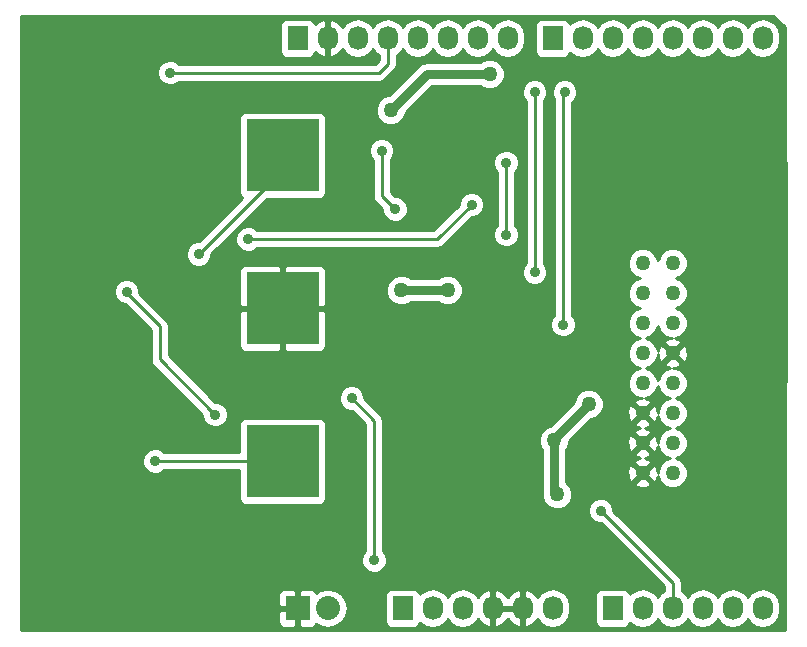
<source format=gbl>
%FSLAX46Y46*%
G04 Gerber Fmt 4.6, Leading zero omitted, Abs format (unit mm)*
G04 Created by KiCad (PCBNEW (2014-08-05 BZR 5054)-product) date Thu 28 Aug 2014 10:01:32 PM PDT*
%MOMM*%
G01*
G04 APERTURE LIST*
%ADD10C,0.152400*%
%ADD11R,1.727200X2.032000*%
%ADD12O,1.727200X2.032000*%
%ADD13R,2.032000X2.032000*%
%ADD14O,2.032000X2.032000*%
%ADD15R,6.096000X6.096000*%
%ADD16C,1.270000*%
%ADD17C,0.889000*%
%ADD18C,0.762000*%
%ADD19C,0.254000*%
G04 APERTURE END LIST*
D10*
D11*
X163830000Y-137160000D03*
D12*
X166370000Y-137160000D03*
X168910000Y-137160000D03*
X171450000Y-137160000D03*
X173990000Y-137160000D03*
X176530000Y-137160000D03*
D11*
X181610000Y-137160000D03*
D12*
X184150000Y-137160000D03*
X186690000Y-137160000D03*
X189230000Y-137160000D03*
X191770000Y-137160000D03*
X194310000Y-137160000D03*
D11*
X154940000Y-88900000D03*
D12*
X157480000Y-88900000D03*
X160020000Y-88900000D03*
X162560000Y-88900000D03*
X165100000Y-88900000D03*
X167640000Y-88900000D03*
X170180000Y-88900000D03*
X172720000Y-88900000D03*
D11*
X176530000Y-88900000D03*
D12*
X179070000Y-88900000D03*
X181610000Y-88900000D03*
X184150000Y-88900000D03*
X186690000Y-88900000D03*
X189230000Y-88900000D03*
X191770000Y-88900000D03*
X194310000Y-88900000D03*
D13*
X154940000Y-137160000D03*
D14*
X157480000Y-137160000D03*
D15*
X153670000Y-111760000D03*
X153670000Y-98806000D03*
X153670000Y-124714000D03*
D16*
X184150000Y-125730000D03*
X186690000Y-125730000D03*
X184150000Y-123190000D03*
X186690000Y-123190000D03*
X184150000Y-120650000D03*
X186690000Y-120650000D03*
X184150000Y-118110000D03*
X186690000Y-118110000D03*
X184150000Y-115570000D03*
X186690000Y-115570000D03*
X184150000Y-113030000D03*
X186690000Y-113030000D03*
X184150000Y-110490000D03*
X186690000Y-110490000D03*
X184150000Y-107950000D03*
X186690000Y-107950000D03*
X167640000Y-110236000D03*
X163703000Y-110236000D03*
X176911000Y-127508000D03*
X176657000Y-122936000D03*
X179578000Y-119888000D03*
X162814000Y-94996000D03*
X171196000Y-91948000D03*
D17*
X162560000Y-119253000D03*
X170688000Y-119380000D03*
X170688000Y-122555000D03*
X170688000Y-126111000D03*
X165608000Y-102870000D03*
X133731000Y-88138000D03*
X138303000Y-101219000D03*
X158115000Y-100965000D03*
X154686000Y-93345000D03*
X145288000Y-100203000D03*
X176149000Y-98425000D03*
X169418000Y-94742000D03*
X149479000Y-111760000D03*
X143764000Y-122428000D03*
X172593000Y-105537000D03*
X172593000Y-99441000D03*
X150749000Y-105918000D03*
X169672000Y-102997000D03*
X161417000Y-133096000D03*
X159512000Y-119380000D03*
X142875000Y-124714000D03*
X146558000Y-107188000D03*
X147955000Y-120777000D03*
X140462000Y-110363000D03*
X180594000Y-128905000D03*
X144145000Y-91821000D03*
X175006000Y-93472000D03*
X175006000Y-108712000D03*
X177546000Y-93472000D03*
X177419000Y-113157000D03*
X163195000Y-103378000D03*
X162052000Y-98425000D03*
D18*
X167640000Y-110236000D02*
X163703000Y-110236000D01*
X176657000Y-127254000D02*
X176911000Y-127508000D01*
X176657000Y-122809000D02*
X176657000Y-122936000D01*
X179578000Y-119888000D02*
X176657000Y-122809000D01*
X176657000Y-122936000D02*
X176657000Y-127254000D01*
X162814000Y-94996000D02*
X165862000Y-91948000D01*
X165862000Y-91948000D02*
X171196000Y-91948000D01*
D19*
X172593000Y-105537000D02*
X172593000Y-99441000D01*
X166751000Y-105918000D02*
X150749000Y-105918000D01*
X169672000Y-102997000D02*
X166751000Y-105918000D01*
X161417000Y-121285000D02*
X161417000Y-133096000D01*
X159512000Y-119380000D02*
X161417000Y-121285000D01*
X142875000Y-124714000D02*
X153670000Y-124714000D01*
X153670000Y-100076000D02*
X146558000Y-107188000D01*
X153670000Y-98806000D02*
X153670000Y-100076000D01*
X147955000Y-120777000D02*
X143256000Y-116078000D01*
X143256000Y-116078000D02*
X143256000Y-113284000D01*
X143256000Y-113284000D02*
X140462000Y-110490000D01*
X140462000Y-110490000D02*
X140462000Y-110363000D01*
X186690000Y-135001000D02*
X180594000Y-128905000D01*
X186690000Y-137160000D02*
X186690000Y-135001000D01*
X162560000Y-91059000D02*
X161798000Y-91821000D01*
X161798000Y-91821000D02*
X144145000Y-91821000D01*
X162560000Y-88900000D02*
X162560000Y-91059000D01*
X175006000Y-93472000D02*
X175006000Y-108712000D01*
X177546000Y-93472000D02*
X177419000Y-93599000D01*
X177419000Y-93599000D02*
X177419000Y-113157000D01*
X163195000Y-103378000D02*
X162052000Y-102235000D01*
X162052000Y-102235000D02*
X162052000Y-98425000D01*
G36*
X196313713Y-99466666D02*
X196221306Y-136891631D01*
X196217143Y-136897862D01*
X196165000Y-137160000D01*
X196165000Y-139015000D01*
X195808600Y-139015000D01*
X195808600Y-137344745D01*
X195808600Y-136975255D01*
X195808600Y-89084745D01*
X195808600Y-88715255D01*
X195694526Y-88141766D01*
X195369670Y-87655585D01*
X194883489Y-87330729D01*
X194310000Y-87216655D01*
X193736511Y-87330729D01*
X193250330Y-87655585D01*
X193040000Y-87970365D01*
X192829670Y-87655585D01*
X192343489Y-87330729D01*
X191770000Y-87216655D01*
X191196511Y-87330729D01*
X190710330Y-87655585D01*
X190500000Y-87970365D01*
X190289670Y-87655585D01*
X189803489Y-87330729D01*
X189230000Y-87216655D01*
X188656511Y-87330729D01*
X188170330Y-87655585D01*
X187960000Y-87970365D01*
X187749670Y-87655585D01*
X187263489Y-87330729D01*
X186690000Y-87216655D01*
X186116511Y-87330729D01*
X185630330Y-87655585D01*
X185420000Y-87970365D01*
X185209670Y-87655585D01*
X184723489Y-87330729D01*
X184150000Y-87216655D01*
X183576511Y-87330729D01*
X183090330Y-87655585D01*
X182880000Y-87970365D01*
X182669670Y-87655585D01*
X182183489Y-87330729D01*
X181610000Y-87216655D01*
X181036511Y-87330729D01*
X180550330Y-87655585D01*
X180340000Y-87970365D01*
X180129670Y-87655585D01*
X179643489Y-87330729D01*
X179070000Y-87216655D01*
X178496511Y-87330729D01*
X178010330Y-87655585D01*
X177995499Y-87677780D01*
X177931927Y-87524302D01*
X177753299Y-87345673D01*
X177519910Y-87249000D01*
X177267291Y-87249000D01*
X175540091Y-87249000D01*
X175306702Y-87345673D01*
X175128073Y-87524301D01*
X175031400Y-87757690D01*
X175031400Y-88010309D01*
X175031400Y-90042309D01*
X175128073Y-90275698D01*
X175306701Y-90454327D01*
X175540090Y-90551000D01*
X175792709Y-90551000D01*
X177519909Y-90551000D01*
X177753298Y-90454327D01*
X177931927Y-90275699D01*
X177995500Y-90122220D01*
X178010330Y-90144415D01*
X178496511Y-90469271D01*
X179070000Y-90583345D01*
X179643489Y-90469271D01*
X180129670Y-90144415D01*
X180340000Y-89829634D01*
X180550330Y-90144415D01*
X181036511Y-90469271D01*
X181610000Y-90583345D01*
X182183489Y-90469271D01*
X182669670Y-90144415D01*
X182880000Y-89829634D01*
X183090330Y-90144415D01*
X183576511Y-90469271D01*
X184150000Y-90583345D01*
X184723489Y-90469271D01*
X185209670Y-90144415D01*
X185420000Y-89829634D01*
X185630330Y-90144415D01*
X186116511Y-90469271D01*
X186690000Y-90583345D01*
X187263489Y-90469271D01*
X187749670Y-90144415D01*
X187960000Y-89829634D01*
X188170330Y-90144415D01*
X188656511Y-90469271D01*
X189230000Y-90583345D01*
X189803489Y-90469271D01*
X190289670Y-90144415D01*
X190500000Y-89829634D01*
X190710330Y-90144415D01*
X191196511Y-90469271D01*
X191770000Y-90583345D01*
X192343489Y-90469271D01*
X192829670Y-90144415D01*
X193040000Y-89829634D01*
X193250330Y-90144415D01*
X193736511Y-90469271D01*
X194310000Y-90583345D01*
X194883489Y-90469271D01*
X195369670Y-90144415D01*
X195694526Y-89658234D01*
X195808600Y-89084745D01*
X195808600Y-136975255D01*
X195694526Y-136401766D01*
X195369670Y-135915585D01*
X194883489Y-135590729D01*
X194310000Y-135476655D01*
X193736511Y-135590729D01*
X193250330Y-135915585D01*
X193040000Y-136230365D01*
X192829670Y-135915585D01*
X192343489Y-135590729D01*
X191770000Y-135476655D01*
X191196511Y-135590729D01*
X190710330Y-135915585D01*
X190500000Y-136230365D01*
X190289670Y-135915585D01*
X189803489Y-135590729D01*
X189230000Y-135476655D01*
X188656511Y-135590729D01*
X188170330Y-135915585D01*
X187972681Y-136211386D01*
X187972681Y-115747336D01*
X187942906Y-115242977D01*
X187807179Y-114915303D01*
X187578133Y-114861472D01*
X186869605Y-115570000D01*
X187578133Y-116278528D01*
X187807179Y-116224697D01*
X187972681Y-115747336D01*
X187972681Y-136211386D01*
X187960220Y-136230035D01*
X187960220Y-125478490D01*
X187767282Y-125011542D01*
X187410337Y-124653974D01*
X186943727Y-124460221D01*
X186941512Y-124460219D01*
X187408458Y-124267282D01*
X187766026Y-123910337D01*
X187959779Y-123443727D01*
X187960220Y-122938490D01*
X187767282Y-122471542D01*
X187410337Y-122113974D01*
X186943727Y-121920221D01*
X186941512Y-121920219D01*
X187408458Y-121727282D01*
X187766026Y-121370337D01*
X187959779Y-120903727D01*
X187960220Y-120398490D01*
X187767282Y-119931542D01*
X187410337Y-119573974D01*
X186943727Y-119380221D01*
X186941512Y-119380219D01*
X187408458Y-119187282D01*
X187766026Y-118830337D01*
X187959779Y-118363727D01*
X187960220Y-117858490D01*
X187767282Y-117391542D01*
X187410337Y-117033974D01*
X186943727Y-116840221D01*
X186726929Y-116840031D01*
X187017023Y-116822906D01*
X187344697Y-116687179D01*
X187398528Y-116458133D01*
X186690000Y-115749605D01*
X185981472Y-116458133D01*
X186035303Y-116687179D01*
X186475546Y-116839812D01*
X186438490Y-116839780D01*
X185971542Y-117032718D01*
X185613974Y-117389663D01*
X185420221Y-117856273D01*
X185420219Y-117858487D01*
X185227282Y-117391542D01*
X184870337Y-117033974D01*
X184403727Y-116840221D01*
X184401512Y-116840219D01*
X184868458Y-116647282D01*
X185226026Y-116290337D01*
X185419779Y-115823727D01*
X185419968Y-115606929D01*
X185437094Y-115897023D01*
X185572821Y-116224697D01*
X185801867Y-116278528D01*
X186510395Y-115570000D01*
X185801867Y-114861472D01*
X185572821Y-114915303D01*
X185420187Y-115355546D01*
X185420220Y-115318490D01*
X185227282Y-114851542D01*
X184870337Y-114493974D01*
X184403727Y-114300221D01*
X184401512Y-114300219D01*
X184868458Y-114107282D01*
X185226026Y-113750337D01*
X185419779Y-113283727D01*
X185419780Y-113281512D01*
X185612718Y-113748458D01*
X185969663Y-114106026D01*
X186436273Y-114299779D01*
X186653070Y-114299968D01*
X186362977Y-114317094D01*
X186035303Y-114452821D01*
X185981472Y-114681867D01*
X186690000Y-115390395D01*
X187398528Y-114681867D01*
X187344697Y-114452821D01*
X186904453Y-114300187D01*
X186941510Y-114300220D01*
X187408458Y-114107282D01*
X187766026Y-113750337D01*
X187959779Y-113283727D01*
X187960220Y-112778490D01*
X187767282Y-112311542D01*
X187410337Y-111953974D01*
X186943727Y-111760221D01*
X186941512Y-111760219D01*
X187408458Y-111567282D01*
X187766026Y-111210337D01*
X187959779Y-110743727D01*
X187960220Y-110238490D01*
X187767282Y-109771542D01*
X187410337Y-109413974D01*
X186943727Y-109220221D01*
X186941512Y-109220219D01*
X187408458Y-109027282D01*
X187766026Y-108670337D01*
X187959779Y-108203727D01*
X187960220Y-107698490D01*
X187767282Y-107231542D01*
X187410337Y-106873974D01*
X186943727Y-106680221D01*
X186438490Y-106679780D01*
X185971542Y-106872718D01*
X185613974Y-107229663D01*
X185420221Y-107696273D01*
X185420219Y-107698487D01*
X185227282Y-107231542D01*
X184870337Y-106873974D01*
X184403727Y-106680221D01*
X183898490Y-106679780D01*
X183431542Y-106872718D01*
X183073974Y-107229663D01*
X182880221Y-107696273D01*
X182879780Y-108201510D01*
X183072718Y-108668458D01*
X183429663Y-109026026D01*
X183896273Y-109219779D01*
X183898487Y-109219780D01*
X183431542Y-109412718D01*
X183073974Y-109769663D01*
X182880221Y-110236273D01*
X182879780Y-110741510D01*
X183072718Y-111208458D01*
X183429663Y-111566026D01*
X183896273Y-111759779D01*
X183898487Y-111759780D01*
X183431542Y-111952718D01*
X183073974Y-112309663D01*
X182880221Y-112776273D01*
X182879780Y-113281510D01*
X183072718Y-113748458D01*
X183429663Y-114106026D01*
X183896273Y-114299779D01*
X183898487Y-114299780D01*
X183431542Y-114492718D01*
X183073974Y-114849663D01*
X182880221Y-115316273D01*
X182879780Y-115821510D01*
X183072718Y-116288458D01*
X183429663Y-116646026D01*
X183896273Y-116839779D01*
X183898487Y-116839780D01*
X183431542Y-117032718D01*
X183073974Y-117389663D01*
X182880221Y-117856273D01*
X182879780Y-118361510D01*
X183072718Y-118828458D01*
X183429663Y-119186026D01*
X183896273Y-119379779D01*
X184113070Y-119379968D01*
X183822977Y-119397094D01*
X183495303Y-119532821D01*
X183441472Y-119761867D01*
X184150000Y-120470395D01*
X184858528Y-119761867D01*
X184804697Y-119532821D01*
X184364453Y-119380187D01*
X184401510Y-119380220D01*
X184868458Y-119187282D01*
X185226026Y-118830337D01*
X185419779Y-118363727D01*
X185419780Y-118361512D01*
X185612718Y-118828458D01*
X185969663Y-119186026D01*
X186436273Y-119379779D01*
X186438487Y-119379780D01*
X185971542Y-119572718D01*
X185613974Y-119929663D01*
X185420221Y-120396273D01*
X185420031Y-120613070D01*
X185402906Y-120322977D01*
X185267179Y-119995303D01*
X185038133Y-119941472D01*
X184329605Y-120650000D01*
X185038133Y-121358528D01*
X185267179Y-121304697D01*
X185419812Y-120864453D01*
X185419780Y-120901510D01*
X185612718Y-121368458D01*
X185969663Y-121726026D01*
X186436273Y-121919779D01*
X186438487Y-121919780D01*
X185971542Y-122112718D01*
X185613974Y-122469663D01*
X185420221Y-122936273D01*
X185420031Y-123153070D01*
X185402906Y-122862977D01*
X185267179Y-122535303D01*
X185038133Y-122481472D01*
X184858528Y-122661077D01*
X184858528Y-122301867D01*
X184804697Y-122072821D01*
X184338239Y-121911099D01*
X184477023Y-121902906D01*
X184804697Y-121767179D01*
X184858528Y-121538133D01*
X184150000Y-120829605D01*
X183970395Y-121009210D01*
X183970395Y-120650000D01*
X183261867Y-119941472D01*
X183032821Y-119995303D01*
X182867319Y-120472664D01*
X182897094Y-120977023D01*
X183032821Y-121304697D01*
X183261867Y-121358528D01*
X183970395Y-120650000D01*
X183970395Y-121009210D01*
X183441472Y-121538133D01*
X183495303Y-121767179D01*
X183961760Y-121928900D01*
X183822977Y-121937094D01*
X183495303Y-122072821D01*
X183441472Y-122301867D01*
X184150000Y-123010395D01*
X184858528Y-122301867D01*
X184858528Y-122661077D01*
X184329605Y-123190000D01*
X185038133Y-123898528D01*
X185267179Y-123844697D01*
X185419812Y-123404453D01*
X185419780Y-123441510D01*
X185612718Y-123908458D01*
X185969663Y-124266026D01*
X186436273Y-124459779D01*
X186438487Y-124459780D01*
X185971542Y-124652718D01*
X185613974Y-125009663D01*
X185420221Y-125476273D01*
X185420031Y-125693070D01*
X185402906Y-125402977D01*
X185267179Y-125075303D01*
X185038133Y-125021472D01*
X184858528Y-125201077D01*
X184858528Y-124841867D01*
X184804697Y-124612821D01*
X184338239Y-124451099D01*
X184477023Y-124442906D01*
X184804697Y-124307179D01*
X184858528Y-124078133D01*
X184150000Y-123369605D01*
X183970395Y-123549210D01*
X183970395Y-123190000D01*
X183261867Y-122481472D01*
X183032821Y-122535303D01*
X182867319Y-123012664D01*
X182897094Y-123517023D01*
X183032821Y-123844697D01*
X183261867Y-123898528D01*
X183970395Y-123190000D01*
X183970395Y-123549210D01*
X183441472Y-124078133D01*
X183495303Y-124307179D01*
X183961760Y-124468900D01*
X183822977Y-124477094D01*
X183495303Y-124612821D01*
X183441472Y-124841867D01*
X184150000Y-125550395D01*
X184858528Y-124841867D01*
X184858528Y-125201077D01*
X184329605Y-125730000D01*
X185038133Y-126438528D01*
X185267179Y-126384697D01*
X185419812Y-125944453D01*
X185419780Y-125981510D01*
X185612718Y-126448458D01*
X185969663Y-126806026D01*
X186436273Y-126999779D01*
X186941510Y-127000220D01*
X187408458Y-126807282D01*
X187766026Y-126450337D01*
X187959779Y-125983727D01*
X187960220Y-125478490D01*
X187960220Y-136230035D01*
X187960000Y-136230365D01*
X187749670Y-135915585D01*
X187452000Y-135716688D01*
X187452000Y-135001000D01*
X187393996Y-134709396D01*
X187393996Y-134709395D01*
X187228815Y-134462185D01*
X184858528Y-132091898D01*
X184858528Y-126618133D01*
X184150000Y-125909605D01*
X183970395Y-126089210D01*
X183970395Y-125730000D01*
X183261867Y-125021472D01*
X183032821Y-125075303D01*
X182867319Y-125552664D01*
X182897094Y-126057023D01*
X183032821Y-126384697D01*
X183261867Y-126438528D01*
X183970395Y-125730000D01*
X183970395Y-126089210D01*
X183441472Y-126618133D01*
X183495303Y-126847179D01*
X183972664Y-127012681D01*
X184477023Y-126982906D01*
X184804697Y-126847179D01*
X184858528Y-126618133D01*
X184858528Y-132091898D01*
X181673499Y-128906869D01*
X181673687Y-128691216D01*
X181509689Y-128294311D01*
X181206286Y-127990378D01*
X180848220Y-127841695D01*
X180848220Y-119636490D01*
X180655282Y-119169542D01*
X180298337Y-118811974D01*
X179831727Y-118618221D01*
X179326490Y-118617780D01*
X178859542Y-118810718D01*
X178625687Y-119044165D01*
X178625687Y-93258216D01*
X178461689Y-92861311D01*
X178158286Y-92557378D01*
X177761668Y-92392687D01*
X177332216Y-92392313D01*
X176935311Y-92556311D01*
X176631378Y-92859714D01*
X176466687Y-93256332D01*
X176466313Y-93685784D01*
X176630311Y-94082689D01*
X176657000Y-94109424D01*
X176657000Y-112392358D01*
X176504378Y-112544714D01*
X176339687Y-112941332D01*
X176339313Y-113370784D01*
X176503311Y-113767689D01*
X176806714Y-114071622D01*
X177203332Y-114236313D01*
X177632784Y-114236687D01*
X178029689Y-114072689D01*
X178333622Y-113769286D01*
X178498313Y-113372668D01*
X178498687Y-112943216D01*
X178334689Y-112546311D01*
X178181000Y-112392353D01*
X178181000Y-94363420D01*
X178460622Y-94084286D01*
X178625313Y-93687668D01*
X178625687Y-93258216D01*
X178625687Y-119044165D01*
X178501974Y-119167663D01*
X178308221Y-119634273D01*
X178308145Y-119721013D01*
X176333728Y-121695430D01*
X176085687Y-121797918D01*
X176085687Y-108498216D01*
X175921689Y-108101311D01*
X175768000Y-107947353D01*
X175768000Y-94236641D01*
X175920622Y-94084286D01*
X176085313Y-93687668D01*
X176085687Y-93258216D01*
X175921689Y-92861311D01*
X175618286Y-92557378D01*
X175221668Y-92392687D01*
X174792216Y-92392313D01*
X174395311Y-92556311D01*
X174218600Y-92732713D01*
X174218600Y-89084745D01*
X174218600Y-88715255D01*
X174104526Y-88141766D01*
X173779670Y-87655585D01*
X173293489Y-87330729D01*
X172720000Y-87216655D01*
X172146511Y-87330729D01*
X171660330Y-87655585D01*
X171450000Y-87970365D01*
X171239670Y-87655585D01*
X170753489Y-87330729D01*
X170180000Y-87216655D01*
X169606511Y-87330729D01*
X169120330Y-87655585D01*
X168910000Y-87970365D01*
X168699670Y-87655585D01*
X168213489Y-87330729D01*
X167640000Y-87216655D01*
X167066511Y-87330729D01*
X166580330Y-87655585D01*
X166370000Y-87970365D01*
X166159670Y-87655585D01*
X165673489Y-87330729D01*
X165100000Y-87216655D01*
X164526511Y-87330729D01*
X164040330Y-87655585D01*
X163830000Y-87970365D01*
X163619670Y-87655585D01*
X163133489Y-87330729D01*
X162560000Y-87216655D01*
X161986511Y-87330729D01*
X161500330Y-87655585D01*
X161290000Y-87970365D01*
X161079670Y-87655585D01*
X160593489Y-87330729D01*
X160020000Y-87216655D01*
X159446511Y-87330729D01*
X158960330Y-87655585D01*
X158753539Y-87965069D01*
X158382036Y-87549268D01*
X157854791Y-87295291D01*
X157839026Y-87292642D01*
X157607000Y-87413783D01*
X157607000Y-88773000D01*
X157627000Y-88773000D01*
X157627000Y-89027000D01*
X157607000Y-89027000D01*
X157607000Y-90386217D01*
X157839026Y-90507358D01*
X157854791Y-90504709D01*
X158382036Y-90250732D01*
X158753539Y-89834930D01*
X158960330Y-90144415D01*
X159446511Y-90469271D01*
X160020000Y-90583345D01*
X160593489Y-90469271D01*
X161079670Y-90144415D01*
X161290000Y-89829634D01*
X161500330Y-90144415D01*
X161798000Y-90343311D01*
X161798000Y-90743369D01*
X161482369Y-91059000D01*
X157353000Y-91059000D01*
X157353000Y-90386217D01*
X157353000Y-89027000D01*
X157333000Y-89027000D01*
X157333000Y-88773000D01*
X157353000Y-88773000D01*
X157353000Y-87413783D01*
X157120974Y-87292642D01*
X157105209Y-87295291D01*
X156577964Y-87549268D01*
X156423758Y-87721860D01*
X156341927Y-87524302D01*
X156163299Y-87345673D01*
X155929910Y-87249000D01*
X155677291Y-87249000D01*
X153950091Y-87249000D01*
X153716702Y-87345673D01*
X153538073Y-87524301D01*
X153441400Y-87757690D01*
X153441400Y-88010309D01*
X153441400Y-90042309D01*
X153538073Y-90275698D01*
X153716701Y-90454327D01*
X153950090Y-90551000D01*
X154202709Y-90551000D01*
X155929909Y-90551000D01*
X156163298Y-90454327D01*
X156341927Y-90275699D01*
X156423758Y-90078139D01*
X156577964Y-90250732D01*
X157105209Y-90504709D01*
X157120974Y-90507358D01*
X157353000Y-90386217D01*
X157353000Y-91059000D01*
X144909641Y-91059000D01*
X144757286Y-90906378D01*
X144360668Y-90741687D01*
X143931216Y-90741313D01*
X143534311Y-90905311D01*
X143230378Y-91208714D01*
X143065687Y-91605332D01*
X143065313Y-92034784D01*
X143229311Y-92431689D01*
X143532714Y-92735622D01*
X143929332Y-92900313D01*
X144358784Y-92900687D01*
X144755689Y-92736689D01*
X144909646Y-92583000D01*
X161798000Y-92583000D01*
X161798000Y-92582999D01*
X162089604Y-92524996D01*
X162089605Y-92524996D01*
X162336815Y-92359815D01*
X163098815Y-91597815D01*
X163098816Y-91597815D01*
X163197834Y-91449623D01*
X163263996Y-91350605D01*
X163263996Y-91350604D01*
X163322000Y-91059000D01*
X163322000Y-90343311D01*
X163619670Y-90144415D01*
X163830000Y-89829634D01*
X164040330Y-90144415D01*
X164526511Y-90469271D01*
X165100000Y-90583345D01*
X165673489Y-90469271D01*
X166159670Y-90144415D01*
X166370000Y-89829634D01*
X166580330Y-90144415D01*
X167066511Y-90469271D01*
X167640000Y-90583345D01*
X168213489Y-90469271D01*
X168699670Y-90144415D01*
X168910000Y-89829634D01*
X169120330Y-90144415D01*
X169606511Y-90469271D01*
X170180000Y-90583345D01*
X170753489Y-90469271D01*
X171239670Y-90144415D01*
X171450000Y-89829634D01*
X171660330Y-90144415D01*
X172146511Y-90469271D01*
X172720000Y-90583345D01*
X173293489Y-90469271D01*
X173779670Y-90144415D01*
X174104526Y-89658234D01*
X174218600Y-89084745D01*
X174218600Y-92732713D01*
X174091378Y-92859714D01*
X173926687Y-93256332D01*
X173926313Y-93685784D01*
X174090311Y-94082689D01*
X174244000Y-94236646D01*
X174244000Y-107947358D01*
X174091378Y-108099714D01*
X173926687Y-108496332D01*
X173926313Y-108925784D01*
X174090311Y-109322689D01*
X174393714Y-109626622D01*
X174790332Y-109791313D01*
X175219784Y-109791687D01*
X175616689Y-109627689D01*
X175920622Y-109324286D01*
X176085313Y-108927668D01*
X176085687Y-108498216D01*
X176085687Y-121797918D01*
X175938542Y-121858718D01*
X175580974Y-122215663D01*
X175387221Y-122682273D01*
X175386780Y-123187510D01*
X175579718Y-123654458D01*
X175641000Y-123715846D01*
X175641000Y-127254000D01*
X175641220Y-127255107D01*
X175640780Y-127759510D01*
X175833718Y-128226458D01*
X176190663Y-128584026D01*
X176657273Y-128777779D01*
X177162510Y-128778220D01*
X177629458Y-128585282D01*
X177987026Y-128228337D01*
X178180779Y-127761727D01*
X178181220Y-127256490D01*
X177988282Y-126789542D01*
X177673000Y-126473709D01*
X177673000Y-123716258D01*
X177733026Y-123656337D01*
X177926779Y-123189727D01*
X177926965Y-122975874D01*
X179744694Y-121158145D01*
X179829510Y-121158220D01*
X180296458Y-120965282D01*
X180654026Y-120608337D01*
X180847779Y-120141727D01*
X180848220Y-119636490D01*
X180848220Y-127841695D01*
X180809668Y-127825687D01*
X180380216Y-127825313D01*
X179983311Y-127989311D01*
X179679378Y-128292714D01*
X179514687Y-128689332D01*
X179514313Y-129118784D01*
X179678311Y-129515689D01*
X179981714Y-129819622D01*
X180378332Y-129984313D01*
X180595872Y-129984502D01*
X185928000Y-135316630D01*
X185928000Y-135716688D01*
X185630330Y-135915585D01*
X185420000Y-136230365D01*
X185209670Y-135915585D01*
X184723489Y-135590729D01*
X184150000Y-135476655D01*
X183576511Y-135590729D01*
X183090330Y-135915585D01*
X183075499Y-135937780D01*
X183011927Y-135784302D01*
X182833299Y-135605673D01*
X182599910Y-135509000D01*
X182347291Y-135509000D01*
X180620091Y-135509000D01*
X180386702Y-135605673D01*
X180208073Y-135784301D01*
X180111400Y-136017690D01*
X180111400Y-136270309D01*
X180111400Y-138302309D01*
X180208073Y-138535698D01*
X180386701Y-138714327D01*
X180620090Y-138811000D01*
X180872709Y-138811000D01*
X182599909Y-138811000D01*
X182833298Y-138714327D01*
X183011927Y-138535699D01*
X183075500Y-138382220D01*
X183090330Y-138404415D01*
X183576511Y-138729271D01*
X184150000Y-138843345D01*
X184723489Y-138729271D01*
X185209670Y-138404415D01*
X185420000Y-138089634D01*
X185630330Y-138404415D01*
X186116511Y-138729271D01*
X186690000Y-138843345D01*
X187263489Y-138729271D01*
X187749670Y-138404415D01*
X187960000Y-138089634D01*
X188170330Y-138404415D01*
X188656511Y-138729271D01*
X189230000Y-138843345D01*
X189803489Y-138729271D01*
X190289670Y-138404415D01*
X190500000Y-138089634D01*
X190710330Y-138404415D01*
X191196511Y-138729271D01*
X191770000Y-138843345D01*
X192343489Y-138729271D01*
X192829670Y-138404415D01*
X193040000Y-138089634D01*
X193250330Y-138404415D01*
X193736511Y-138729271D01*
X194310000Y-138843345D01*
X194883489Y-138729271D01*
X195369670Y-138404415D01*
X195694526Y-137918234D01*
X195808600Y-137344745D01*
X195808600Y-139015000D01*
X178028600Y-139015000D01*
X178028600Y-137344745D01*
X178028600Y-136975255D01*
X177914526Y-136401766D01*
X177589670Y-135915585D01*
X177103489Y-135590729D01*
X176530000Y-135476655D01*
X175956511Y-135590729D01*
X175470330Y-135915585D01*
X175263539Y-136225069D01*
X174892036Y-135809268D01*
X174364791Y-135555291D01*
X174349026Y-135552642D01*
X174117000Y-135673783D01*
X174117000Y-137033000D01*
X174137000Y-137033000D01*
X174137000Y-137287000D01*
X174117000Y-137287000D01*
X174117000Y-138646217D01*
X174349026Y-138767358D01*
X174364791Y-138764709D01*
X174892036Y-138510732D01*
X175263539Y-138094930D01*
X175470330Y-138404415D01*
X175956511Y-138729271D01*
X176530000Y-138843345D01*
X177103489Y-138729271D01*
X177589670Y-138404415D01*
X177914526Y-137918234D01*
X178028600Y-137344745D01*
X178028600Y-139015000D01*
X173863000Y-139015000D01*
X173863000Y-138646217D01*
X173863000Y-137287000D01*
X173863000Y-137033000D01*
X173863000Y-135673783D01*
X173672687Y-135574420D01*
X173672687Y-105323216D01*
X173508689Y-104926311D01*
X173355000Y-104772353D01*
X173355000Y-100205641D01*
X173507622Y-100053286D01*
X173672313Y-99656668D01*
X173672687Y-99227216D01*
X173508689Y-98830311D01*
X173205286Y-98526378D01*
X172808668Y-98361687D01*
X172466220Y-98361388D01*
X172466220Y-91696490D01*
X172273282Y-91229542D01*
X171916337Y-90871974D01*
X171449727Y-90678221D01*
X170944490Y-90677780D01*
X170477542Y-90870718D01*
X170416153Y-90932000D01*
X165862000Y-90932000D01*
X165537700Y-90996507D01*
X165473193Y-91009338D01*
X165143580Y-91229579D01*
X162647305Y-93725854D01*
X162562490Y-93725780D01*
X162095542Y-93918718D01*
X161737974Y-94275663D01*
X161544221Y-94742273D01*
X161543780Y-95247510D01*
X161736718Y-95714458D01*
X162093663Y-96072026D01*
X162560273Y-96265779D01*
X163065510Y-96266220D01*
X163532458Y-96073282D01*
X163890026Y-95716337D01*
X164083779Y-95249727D01*
X164083854Y-95162985D01*
X166282840Y-92964000D01*
X170415741Y-92964000D01*
X170475663Y-93024026D01*
X170942273Y-93217779D01*
X171447510Y-93218220D01*
X171914458Y-93025282D01*
X172272026Y-92668337D01*
X172465779Y-92201727D01*
X172466220Y-91696490D01*
X172466220Y-98361388D01*
X172379216Y-98361313D01*
X171982311Y-98525311D01*
X171678378Y-98828714D01*
X171513687Y-99225332D01*
X171513313Y-99654784D01*
X171677311Y-100051689D01*
X171831000Y-100205646D01*
X171831000Y-104772358D01*
X171678378Y-104924714D01*
X171513687Y-105321332D01*
X171513313Y-105750784D01*
X171677311Y-106147689D01*
X171980714Y-106451622D01*
X172377332Y-106616313D01*
X172806784Y-106616687D01*
X173203689Y-106452689D01*
X173507622Y-106149286D01*
X173672313Y-105752668D01*
X173672687Y-105323216D01*
X173672687Y-135574420D01*
X173630974Y-135552642D01*
X173615209Y-135555291D01*
X173087964Y-135809268D01*
X172720000Y-136221108D01*
X172352036Y-135809268D01*
X171824791Y-135555291D01*
X171809026Y-135552642D01*
X171577000Y-135673783D01*
X171577000Y-137033000D01*
X172649076Y-137033000D01*
X172790924Y-137033000D01*
X173863000Y-137033000D01*
X173863000Y-137287000D01*
X172790924Y-137287000D01*
X172649076Y-137287000D01*
X171577000Y-137287000D01*
X171577000Y-138646217D01*
X171809026Y-138767358D01*
X171824791Y-138764709D01*
X172352036Y-138510732D01*
X172720000Y-138098891D01*
X173087964Y-138510732D01*
X173615209Y-138764709D01*
X173630974Y-138767358D01*
X173863000Y-138646217D01*
X173863000Y-139015000D01*
X171323000Y-139015000D01*
X171323000Y-138646217D01*
X171323000Y-137287000D01*
X171303000Y-137287000D01*
X171303000Y-137033000D01*
X171323000Y-137033000D01*
X171323000Y-135673783D01*
X171090974Y-135552642D01*
X171075209Y-135555291D01*
X170751687Y-135711133D01*
X170751687Y-102783216D01*
X170587689Y-102386311D01*
X170284286Y-102082378D01*
X169887668Y-101917687D01*
X169458216Y-101917313D01*
X169061311Y-102081311D01*
X168757378Y-102384714D01*
X168592687Y-102781332D01*
X168592497Y-102998872D01*
X166435370Y-105156000D01*
X164274687Y-105156000D01*
X164274687Y-103164216D01*
X164110689Y-102767311D01*
X163807286Y-102463378D01*
X163410668Y-102298687D01*
X163193127Y-102298497D01*
X162814000Y-101919370D01*
X162814000Y-99189641D01*
X162966622Y-99037286D01*
X163131313Y-98640668D01*
X163131687Y-98211216D01*
X162967689Y-97814311D01*
X162664286Y-97510378D01*
X162267668Y-97345687D01*
X161838216Y-97345313D01*
X161441311Y-97509311D01*
X161137378Y-97812714D01*
X160972687Y-98209332D01*
X160972313Y-98638784D01*
X161136311Y-99035689D01*
X161290000Y-99189646D01*
X161290000Y-102235000D01*
X161348004Y-102526605D01*
X161513185Y-102773815D01*
X162115500Y-103376130D01*
X162115313Y-103591784D01*
X162279311Y-103988689D01*
X162582714Y-104292622D01*
X162979332Y-104457313D01*
X163408784Y-104457687D01*
X163805689Y-104293689D01*
X164109622Y-103990286D01*
X164274313Y-103593668D01*
X164274687Y-103164216D01*
X164274687Y-105156000D01*
X157353000Y-105156000D01*
X157353000Y-101980310D01*
X157353000Y-101727691D01*
X157353000Y-95631691D01*
X157256327Y-95398302D01*
X157077699Y-95219673D01*
X156844310Y-95123000D01*
X156591691Y-95123000D01*
X150495691Y-95123000D01*
X150262302Y-95219673D01*
X150083673Y-95398301D01*
X149987000Y-95631690D01*
X149987000Y-95884309D01*
X149987000Y-101980309D01*
X150083673Y-102213698D01*
X150262301Y-102392327D01*
X150272018Y-102396351D01*
X146559869Y-106108500D01*
X146344216Y-106108313D01*
X145947311Y-106272311D01*
X145643378Y-106575714D01*
X145478687Y-106972332D01*
X145478313Y-107401784D01*
X145642311Y-107798689D01*
X145945714Y-108102622D01*
X146342332Y-108267313D01*
X146771784Y-108267687D01*
X147168689Y-108103689D01*
X147472622Y-107800286D01*
X147637313Y-107403668D01*
X147637502Y-107186127D01*
X152334630Y-102489000D01*
X156844309Y-102489000D01*
X157077698Y-102392327D01*
X157256327Y-102213699D01*
X157353000Y-101980310D01*
X157353000Y-105156000D01*
X151513641Y-105156000D01*
X151361286Y-105003378D01*
X150964668Y-104838687D01*
X150535216Y-104838313D01*
X150138311Y-105002311D01*
X149834378Y-105305714D01*
X149669687Y-105702332D01*
X149669313Y-106131784D01*
X149833311Y-106528689D01*
X150136714Y-106832622D01*
X150533332Y-106997313D01*
X150962784Y-106997687D01*
X151359689Y-106833689D01*
X151513646Y-106680000D01*
X166751000Y-106680000D01*
X166751000Y-106679999D01*
X167042604Y-106621996D01*
X167042605Y-106621996D01*
X167289815Y-106456815D01*
X169670130Y-104076499D01*
X169885784Y-104076687D01*
X170282689Y-103912689D01*
X170586622Y-103609286D01*
X170751313Y-103212668D01*
X170751687Y-102783216D01*
X170751687Y-135711133D01*
X170547964Y-135809268D01*
X170176460Y-136225069D01*
X169969670Y-135915585D01*
X169483489Y-135590729D01*
X168910220Y-135476698D01*
X168910220Y-109984490D01*
X168717282Y-109517542D01*
X168360337Y-109159974D01*
X167893727Y-108966221D01*
X167388490Y-108965780D01*
X166921542Y-109158718D01*
X166860153Y-109220000D01*
X164483258Y-109220000D01*
X164423337Y-109159974D01*
X163956727Y-108966221D01*
X163451490Y-108965780D01*
X162984542Y-109158718D01*
X162626974Y-109515663D01*
X162433221Y-109982273D01*
X162432780Y-110487510D01*
X162625718Y-110954458D01*
X162982663Y-111312026D01*
X163449273Y-111505779D01*
X163954510Y-111506220D01*
X164421458Y-111313282D01*
X164482846Y-111252000D01*
X166859741Y-111252000D01*
X166919663Y-111312026D01*
X167386273Y-111505779D01*
X167891510Y-111506220D01*
X168358458Y-111313282D01*
X168716026Y-110956337D01*
X168909779Y-110489727D01*
X168910220Y-109984490D01*
X168910220Y-135476698D01*
X168910000Y-135476655D01*
X168336511Y-135590729D01*
X167850330Y-135915585D01*
X167640000Y-136230365D01*
X167429670Y-135915585D01*
X166943489Y-135590729D01*
X166370000Y-135476655D01*
X165796511Y-135590729D01*
X165310330Y-135915585D01*
X165295499Y-135937780D01*
X165231927Y-135784302D01*
X165053299Y-135605673D01*
X164819910Y-135509000D01*
X164567291Y-135509000D01*
X162840091Y-135509000D01*
X162606702Y-135605673D01*
X162496687Y-135715687D01*
X162496687Y-132882216D01*
X162332689Y-132485311D01*
X162179000Y-132331353D01*
X162179000Y-121285000D01*
X162120996Y-120993396D01*
X162120996Y-120993395D01*
X161955815Y-120746185D01*
X160591499Y-119381869D01*
X160591687Y-119166216D01*
X160427689Y-118769311D01*
X160124286Y-118465378D01*
X159727668Y-118300687D01*
X159298216Y-118300313D01*
X158901311Y-118464311D01*
X158597378Y-118767714D01*
X158432687Y-119164332D01*
X158432313Y-119593784D01*
X158596311Y-119990689D01*
X158899714Y-120294622D01*
X159296332Y-120459313D01*
X159513872Y-120459502D01*
X160655000Y-121600630D01*
X160655000Y-132331358D01*
X160502378Y-132483714D01*
X160337687Y-132880332D01*
X160337313Y-133309784D01*
X160501311Y-133706689D01*
X160804714Y-134010622D01*
X161201332Y-134175313D01*
X161630784Y-134175687D01*
X162027689Y-134011689D01*
X162331622Y-133708286D01*
X162496313Y-133311668D01*
X162496687Y-132882216D01*
X162496687Y-135715687D01*
X162428073Y-135784301D01*
X162331400Y-136017690D01*
X162331400Y-136270309D01*
X162331400Y-138302309D01*
X162428073Y-138535698D01*
X162606701Y-138714327D01*
X162840090Y-138811000D01*
X163092709Y-138811000D01*
X164819909Y-138811000D01*
X165053298Y-138714327D01*
X165231927Y-138535699D01*
X165295500Y-138382220D01*
X165310330Y-138404415D01*
X165796511Y-138729271D01*
X166370000Y-138843345D01*
X166943489Y-138729271D01*
X167429670Y-138404415D01*
X167640000Y-138089634D01*
X167850330Y-138404415D01*
X168336511Y-138729271D01*
X168910000Y-138843345D01*
X169483489Y-138729271D01*
X169969670Y-138404415D01*
X170176460Y-138094930D01*
X170547964Y-138510732D01*
X171075209Y-138764709D01*
X171090974Y-138767358D01*
X171323000Y-138646217D01*
X171323000Y-139015000D01*
X159163345Y-139015000D01*
X159163345Y-137160000D01*
X159037670Y-136528190D01*
X158679778Y-135992567D01*
X158144155Y-135634675D01*
X157512345Y-135509000D01*
X157447655Y-135509000D01*
X157353000Y-135527828D01*
X157353000Y-127888310D01*
X157353000Y-127635691D01*
X157353000Y-121539691D01*
X157353000Y-114934309D01*
X157353000Y-112045750D01*
X157353000Y-111474250D01*
X157353000Y-108585691D01*
X157256327Y-108352302D01*
X157077699Y-108173673D01*
X156844310Y-108077000D01*
X156591691Y-108077000D01*
X153955750Y-108077000D01*
X153797000Y-108235750D01*
X153797000Y-111633000D01*
X157194250Y-111633000D01*
X157353000Y-111474250D01*
X157353000Y-112045750D01*
X157194250Y-111887000D01*
X153797000Y-111887000D01*
X153797000Y-115284250D01*
X153955750Y-115443000D01*
X156591691Y-115443000D01*
X156844310Y-115443000D01*
X157077699Y-115346327D01*
X157256327Y-115167698D01*
X157353000Y-114934309D01*
X157353000Y-121539691D01*
X157256327Y-121306302D01*
X157077699Y-121127673D01*
X156844310Y-121031000D01*
X156591691Y-121031000D01*
X153543000Y-121031000D01*
X153543000Y-115284250D01*
X153543000Y-111887000D01*
X153543000Y-111633000D01*
X153543000Y-108235750D01*
X153384250Y-108077000D01*
X150748309Y-108077000D01*
X150495690Y-108077000D01*
X150262301Y-108173673D01*
X150083673Y-108352302D01*
X149987000Y-108585691D01*
X149987000Y-111474250D01*
X150145750Y-111633000D01*
X153543000Y-111633000D01*
X153543000Y-111887000D01*
X150145750Y-111887000D01*
X149987000Y-112045750D01*
X149987000Y-114934309D01*
X150083673Y-115167698D01*
X150262301Y-115346327D01*
X150495690Y-115443000D01*
X150748309Y-115443000D01*
X153384250Y-115443000D01*
X153543000Y-115284250D01*
X153543000Y-121031000D01*
X150495691Y-121031000D01*
X150262302Y-121127673D01*
X150083673Y-121306301D01*
X149987000Y-121539690D01*
X149987000Y-121792309D01*
X149987000Y-123952000D01*
X149034687Y-123952000D01*
X149034687Y-120563216D01*
X148870689Y-120166311D01*
X148567286Y-119862378D01*
X148170668Y-119697687D01*
X147953128Y-119697497D01*
X144018000Y-115762369D01*
X144018000Y-113284000D01*
X143959996Y-112992396D01*
X143959996Y-112992395D01*
X143893834Y-112893376D01*
X143794816Y-112745185D01*
X141541388Y-110491758D01*
X141541687Y-110149216D01*
X141377689Y-109752311D01*
X141074286Y-109448378D01*
X140677668Y-109283687D01*
X140248216Y-109283313D01*
X139851311Y-109447311D01*
X139547378Y-109750714D01*
X139382687Y-110147332D01*
X139382313Y-110576784D01*
X139546311Y-110973689D01*
X139849714Y-111277622D01*
X140246332Y-111442313D01*
X140336761Y-111442391D01*
X142494000Y-113599630D01*
X142494000Y-116078000D01*
X142552004Y-116369605D01*
X142717185Y-116616815D01*
X146875500Y-120775131D01*
X146875313Y-120990784D01*
X147039311Y-121387689D01*
X147342714Y-121691622D01*
X147739332Y-121856313D01*
X148168784Y-121856687D01*
X148565689Y-121692689D01*
X148869622Y-121389286D01*
X149034313Y-120992668D01*
X149034687Y-120563216D01*
X149034687Y-123952000D01*
X143639641Y-123952000D01*
X143487286Y-123799378D01*
X143090668Y-123634687D01*
X142661216Y-123634313D01*
X142264311Y-123798311D01*
X141960378Y-124101714D01*
X141795687Y-124498332D01*
X141795313Y-124927784D01*
X141959311Y-125324689D01*
X142262714Y-125628622D01*
X142659332Y-125793313D01*
X143088784Y-125793687D01*
X143485689Y-125629689D01*
X143639646Y-125476000D01*
X149987000Y-125476000D01*
X149987000Y-127888309D01*
X150083673Y-128121698D01*
X150262301Y-128300327D01*
X150495690Y-128397000D01*
X150748309Y-128397000D01*
X156844309Y-128397000D01*
X157077698Y-128300327D01*
X157256327Y-128121699D01*
X157353000Y-127888310D01*
X157353000Y-135527828D01*
X156815845Y-135634675D01*
X156515481Y-135835371D01*
X156494327Y-135784301D01*
X156315698Y-135605673D01*
X156082309Y-135509000D01*
X155225750Y-135509000D01*
X155067000Y-135667750D01*
X155067000Y-137033000D01*
X155087000Y-137033000D01*
X155087000Y-137287000D01*
X155067000Y-137287000D01*
X155067000Y-138652250D01*
X155225750Y-138811000D01*
X156082309Y-138811000D01*
X156315698Y-138714327D01*
X156494327Y-138535699D01*
X156515481Y-138484628D01*
X156815845Y-138685325D01*
X157447655Y-138811000D01*
X157512345Y-138811000D01*
X158144155Y-138685325D01*
X158679778Y-138327433D01*
X159037670Y-137791810D01*
X159163345Y-137160000D01*
X159163345Y-139015000D01*
X154813000Y-139015000D01*
X154813000Y-138652250D01*
X154813000Y-137287000D01*
X154813000Y-137033000D01*
X154813000Y-135667750D01*
X154654250Y-135509000D01*
X153797691Y-135509000D01*
X153564302Y-135605673D01*
X153385673Y-135784301D01*
X153289000Y-136017690D01*
X153289000Y-136270309D01*
X153289000Y-136874250D01*
X153447750Y-137033000D01*
X154813000Y-137033000D01*
X154813000Y-137287000D01*
X153447750Y-137287000D01*
X153289000Y-137445750D01*
X153289000Y-138049691D01*
X153289000Y-138302310D01*
X153385673Y-138535699D01*
X153564302Y-138714327D01*
X153797691Y-138811000D01*
X154654250Y-138811000D01*
X154813000Y-138652250D01*
X154813000Y-139015000D01*
X131495000Y-139015000D01*
X131495000Y-87045000D01*
X195217600Y-87045000D01*
X196082898Y-87831634D01*
X196165000Y-87913736D01*
X196165000Y-99060000D01*
X196217143Y-99322138D01*
X196313713Y-99466666D01*
X196313713Y-99466666D01*
G37*
X196313713Y-99466666D02*
X196221306Y-136891631D01*
X196217143Y-136897862D01*
X196165000Y-137160000D01*
X196165000Y-139015000D01*
X195808600Y-139015000D01*
X195808600Y-137344745D01*
X195808600Y-136975255D01*
X195808600Y-89084745D01*
X195808600Y-88715255D01*
X195694526Y-88141766D01*
X195369670Y-87655585D01*
X194883489Y-87330729D01*
X194310000Y-87216655D01*
X193736511Y-87330729D01*
X193250330Y-87655585D01*
X193040000Y-87970365D01*
X192829670Y-87655585D01*
X192343489Y-87330729D01*
X191770000Y-87216655D01*
X191196511Y-87330729D01*
X190710330Y-87655585D01*
X190500000Y-87970365D01*
X190289670Y-87655585D01*
X189803489Y-87330729D01*
X189230000Y-87216655D01*
X188656511Y-87330729D01*
X188170330Y-87655585D01*
X187960000Y-87970365D01*
X187749670Y-87655585D01*
X187263489Y-87330729D01*
X186690000Y-87216655D01*
X186116511Y-87330729D01*
X185630330Y-87655585D01*
X185420000Y-87970365D01*
X185209670Y-87655585D01*
X184723489Y-87330729D01*
X184150000Y-87216655D01*
X183576511Y-87330729D01*
X183090330Y-87655585D01*
X182880000Y-87970365D01*
X182669670Y-87655585D01*
X182183489Y-87330729D01*
X181610000Y-87216655D01*
X181036511Y-87330729D01*
X180550330Y-87655585D01*
X180340000Y-87970365D01*
X180129670Y-87655585D01*
X179643489Y-87330729D01*
X179070000Y-87216655D01*
X178496511Y-87330729D01*
X178010330Y-87655585D01*
X177995499Y-87677780D01*
X177931927Y-87524302D01*
X177753299Y-87345673D01*
X177519910Y-87249000D01*
X177267291Y-87249000D01*
X175540091Y-87249000D01*
X175306702Y-87345673D01*
X175128073Y-87524301D01*
X175031400Y-87757690D01*
X175031400Y-88010309D01*
X175031400Y-90042309D01*
X175128073Y-90275698D01*
X175306701Y-90454327D01*
X175540090Y-90551000D01*
X175792709Y-90551000D01*
X177519909Y-90551000D01*
X177753298Y-90454327D01*
X177931927Y-90275699D01*
X177995500Y-90122220D01*
X178010330Y-90144415D01*
X178496511Y-90469271D01*
X179070000Y-90583345D01*
X179643489Y-90469271D01*
X180129670Y-90144415D01*
X180340000Y-89829634D01*
X180550330Y-90144415D01*
X181036511Y-90469271D01*
X181610000Y-90583345D01*
X182183489Y-90469271D01*
X182669670Y-90144415D01*
X182880000Y-89829634D01*
X183090330Y-90144415D01*
X183576511Y-90469271D01*
X184150000Y-90583345D01*
X184723489Y-90469271D01*
X185209670Y-90144415D01*
X185420000Y-89829634D01*
X185630330Y-90144415D01*
X186116511Y-90469271D01*
X186690000Y-90583345D01*
X187263489Y-90469271D01*
X187749670Y-90144415D01*
X187960000Y-89829634D01*
X188170330Y-90144415D01*
X188656511Y-90469271D01*
X189230000Y-90583345D01*
X189803489Y-90469271D01*
X190289670Y-90144415D01*
X190500000Y-89829634D01*
X190710330Y-90144415D01*
X191196511Y-90469271D01*
X191770000Y-90583345D01*
X192343489Y-90469271D01*
X192829670Y-90144415D01*
X193040000Y-89829634D01*
X193250330Y-90144415D01*
X193736511Y-90469271D01*
X194310000Y-90583345D01*
X194883489Y-90469271D01*
X195369670Y-90144415D01*
X195694526Y-89658234D01*
X195808600Y-89084745D01*
X195808600Y-136975255D01*
X195694526Y-136401766D01*
X195369670Y-135915585D01*
X194883489Y-135590729D01*
X194310000Y-135476655D01*
X193736511Y-135590729D01*
X193250330Y-135915585D01*
X193040000Y-136230365D01*
X192829670Y-135915585D01*
X192343489Y-135590729D01*
X191770000Y-135476655D01*
X191196511Y-135590729D01*
X190710330Y-135915585D01*
X190500000Y-136230365D01*
X190289670Y-135915585D01*
X189803489Y-135590729D01*
X189230000Y-135476655D01*
X188656511Y-135590729D01*
X188170330Y-135915585D01*
X187972681Y-136211386D01*
X187972681Y-115747336D01*
X187942906Y-115242977D01*
X187807179Y-114915303D01*
X187578133Y-114861472D01*
X186869605Y-115570000D01*
X187578133Y-116278528D01*
X187807179Y-116224697D01*
X187972681Y-115747336D01*
X187972681Y-136211386D01*
X187960220Y-136230035D01*
X187960220Y-125478490D01*
X187767282Y-125011542D01*
X187410337Y-124653974D01*
X186943727Y-124460221D01*
X186941512Y-124460219D01*
X187408458Y-124267282D01*
X187766026Y-123910337D01*
X187959779Y-123443727D01*
X187960220Y-122938490D01*
X187767282Y-122471542D01*
X187410337Y-122113974D01*
X186943727Y-121920221D01*
X186941512Y-121920219D01*
X187408458Y-121727282D01*
X187766026Y-121370337D01*
X187959779Y-120903727D01*
X187960220Y-120398490D01*
X187767282Y-119931542D01*
X187410337Y-119573974D01*
X186943727Y-119380221D01*
X186941512Y-119380219D01*
X187408458Y-119187282D01*
X187766026Y-118830337D01*
X187959779Y-118363727D01*
X187960220Y-117858490D01*
X187767282Y-117391542D01*
X187410337Y-117033974D01*
X186943727Y-116840221D01*
X186726929Y-116840031D01*
X187017023Y-116822906D01*
X187344697Y-116687179D01*
X187398528Y-116458133D01*
X186690000Y-115749605D01*
X185981472Y-116458133D01*
X186035303Y-116687179D01*
X186475546Y-116839812D01*
X186438490Y-116839780D01*
X185971542Y-117032718D01*
X185613974Y-117389663D01*
X185420221Y-117856273D01*
X185420219Y-117858487D01*
X185227282Y-117391542D01*
X184870337Y-117033974D01*
X184403727Y-116840221D01*
X184401512Y-116840219D01*
X184868458Y-116647282D01*
X185226026Y-116290337D01*
X185419779Y-115823727D01*
X185419968Y-115606929D01*
X185437094Y-115897023D01*
X185572821Y-116224697D01*
X185801867Y-116278528D01*
X186510395Y-115570000D01*
X185801867Y-114861472D01*
X185572821Y-114915303D01*
X185420187Y-115355546D01*
X185420220Y-115318490D01*
X185227282Y-114851542D01*
X184870337Y-114493974D01*
X184403727Y-114300221D01*
X184401512Y-114300219D01*
X184868458Y-114107282D01*
X185226026Y-113750337D01*
X185419779Y-113283727D01*
X185419780Y-113281512D01*
X185612718Y-113748458D01*
X185969663Y-114106026D01*
X186436273Y-114299779D01*
X186653070Y-114299968D01*
X186362977Y-114317094D01*
X186035303Y-114452821D01*
X185981472Y-114681867D01*
X186690000Y-115390395D01*
X187398528Y-114681867D01*
X187344697Y-114452821D01*
X186904453Y-114300187D01*
X186941510Y-114300220D01*
X187408458Y-114107282D01*
X187766026Y-113750337D01*
X187959779Y-113283727D01*
X187960220Y-112778490D01*
X187767282Y-112311542D01*
X187410337Y-111953974D01*
X186943727Y-111760221D01*
X186941512Y-111760219D01*
X187408458Y-111567282D01*
X187766026Y-111210337D01*
X187959779Y-110743727D01*
X187960220Y-110238490D01*
X187767282Y-109771542D01*
X187410337Y-109413974D01*
X186943727Y-109220221D01*
X186941512Y-109220219D01*
X187408458Y-109027282D01*
X187766026Y-108670337D01*
X187959779Y-108203727D01*
X187960220Y-107698490D01*
X187767282Y-107231542D01*
X187410337Y-106873974D01*
X186943727Y-106680221D01*
X186438490Y-106679780D01*
X185971542Y-106872718D01*
X185613974Y-107229663D01*
X185420221Y-107696273D01*
X185420219Y-107698487D01*
X185227282Y-107231542D01*
X184870337Y-106873974D01*
X184403727Y-106680221D01*
X183898490Y-106679780D01*
X183431542Y-106872718D01*
X183073974Y-107229663D01*
X182880221Y-107696273D01*
X182879780Y-108201510D01*
X183072718Y-108668458D01*
X183429663Y-109026026D01*
X183896273Y-109219779D01*
X183898487Y-109219780D01*
X183431542Y-109412718D01*
X183073974Y-109769663D01*
X182880221Y-110236273D01*
X182879780Y-110741510D01*
X183072718Y-111208458D01*
X183429663Y-111566026D01*
X183896273Y-111759779D01*
X183898487Y-111759780D01*
X183431542Y-111952718D01*
X183073974Y-112309663D01*
X182880221Y-112776273D01*
X182879780Y-113281510D01*
X183072718Y-113748458D01*
X183429663Y-114106026D01*
X183896273Y-114299779D01*
X183898487Y-114299780D01*
X183431542Y-114492718D01*
X183073974Y-114849663D01*
X182880221Y-115316273D01*
X182879780Y-115821510D01*
X183072718Y-116288458D01*
X183429663Y-116646026D01*
X183896273Y-116839779D01*
X183898487Y-116839780D01*
X183431542Y-117032718D01*
X183073974Y-117389663D01*
X182880221Y-117856273D01*
X182879780Y-118361510D01*
X183072718Y-118828458D01*
X183429663Y-119186026D01*
X183896273Y-119379779D01*
X184113070Y-119379968D01*
X183822977Y-119397094D01*
X183495303Y-119532821D01*
X183441472Y-119761867D01*
X184150000Y-120470395D01*
X184858528Y-119761867D01*
X184804697Y-119532821D01*
X184364453Y-119380187D01*
X184401510Y-119380220D01*
X184868458Y-119187282D01*
X185226026Y-118830337D01*
X185419779Y-118363727D01*
X185419780Y-118361512D01*
X185612718Y-118828458D01*
X185969663Y-119186026D01*
X186436273Y-119379779D01*
X186438487Y-119379780D01*
X185971542Y-119572718D01*
X185613974Y-119929663D01*
X185420221Y-120396273D01*
X185420031Y-120613070D01*
X185402906Y-120322977D01*
X185267179Y-119995303D01*
X185038133Y-119941472D01*
X184329605Y-120650000D01*
X185038133Y-121358528D01*
X185267179Y-121304697D01*
X185419812Y-120864453D01*
X185419780Y-120901510D01*
X185612718Y-121368458D01*
X185969663Y-121726026D01*
X186436273Y-121919779D01*
X186438487Y-121919780D01*
X185971542Y-122112718D01*
X185613974Y-122469663D01*
X185420221Y-122936273D01*
X185420031Y-123153070D01*
X185402906Y-122862977D01*
X185267179Y-122535303D01*
X185038133Y-122481472D01*
X184858528Y-122661077D01*
X184858528Y-122301867D01*
X184804697Y-122072821D01*
X184338239Y-121911099D01*
X184477023Y-121902906D01*
X184804697Y-121767179D01*
X184858528Y-121538133D01*
X184150000Y-120829605D01*
X183970395Y-121009210D01*
X183970395Y-120650000D01*
X183261867Y-119941472D01*
X183032821Y-119995303D01*
X182867319Y-120472664D01*
X182897094Y-120977023D01*
X183032821Y-121304697D01*
X183261867Y-121358528D01*
X183970395Y-120650000D01*
X183970395Y-121009210D01*
X183441472Y-121538133D01*
X183495303Y-121767179D01*
X183961760Y-121928900D01*
X183822977Y-121937094D01*
X183495303Y-122072821D01*
X183441472Y-122301867D01*
X184150000Y-123010395D01*
X184858528Y-122301867D01*
X184858528Y-122661077D01*
X184329605Y-123190000D01*
X185038133Y-123898528D01*
X185267179Y-123844697D01*
X185419812Y-123404453D01*
X185419780Y-123441510D01*
X185612718Y-123908458D01*
X185969663Y-124266026D01*
X186436273Y-124459779D01*
X186438487Y-124459780D01*
X185971542Y-124652718D01*
X185613974Y-125009663D01*
X185420221Y-125476273D01*
X185420031Y-125693070D01*
X185402906Y-125402977D01*
X185267179Y-125075303D01*
X185038133Y-125021472D01*
X184858528Y-125201077D01*
X184858528Y-124841867D01*
X184804697Y-124612821D01*
X184338239Y-124451099D01*
X184477023Y-124442906D01*
X184804697Y-124307179D01*
X184858528Y-124078133D01*
X184150000Y-123369605D01*
X183970395Y-123549210D01*
X183970395Y-123190000D01*
X183261867Y-122481472D01*
X183032821Y-122535303D01*
X182867319Y-123012664D01*
X182897094Y-123517023D01*
X183032821Y-123844697D01*
X183261867Y-123898528D01*
X183970395Y-123190000D01*
X183970395Y-123549210D01*
X183441472Y-124078133D01*
X183495303Y-124307179D01*
X183961760Y-124468900D01*
X183822977Y-124477094D01*
X183495303Y-124612821D01*
X183441472Y-124841867D01*
X184150000Y-125550395D01*
X184858528Y-124841867D01*
X184858528Y-125201077D01*
X184329605Y-125730000D01*
X185038133Y-126438528D01*
X185267179Y-126384697D01*
X185419812Y-125944453D01*
X185419780Y-125981510D01*
X185612718Y-126448458D01*
X185969663Y-126806026D01*
X186436273Y-126999779D01*
X186941510Y-127000220D01*
X187408458Y-126807282D01*
X187766026Y-126450337D01*
X187959779Y-125983727D01*
X187960220Y-125478490D01*
X187960220Y-136230035D01*
X187960000Y-136230365D01*
X187749670Y-135915585D01*
X187452000Y-135716688D01*
X187452000Y-135001000D01*
X187393996Y-134709396D01*
X187393996Y-134709395D01*
X187228815Y-134462185D01*
X184858528Y-132091898D01*
X184858528Y-126618133D01*
X184150000Y-125909605D01*
X183970395Y-126089210D01*
X183970395Y-125730000D01*
X183261867Y-125021472D01*
X183032821Y-125075303D01*
X182867319Y-125552664D01*
X182897094Y-126057023D01*
X183032821Y-126384697D01*
X183261867Y-126438528D01*
X183970395Y-125730000D01*
X183970395Y-126089210D01*
X183441472Y-126618133D01*
X183495303Y-126847179D01*
X183972664Y-127012681D01*
X184477023Y-126982906D01*
X184804697Y-126847179D01*
X184858528Y-126618133D01*
X184858528Y-132091898D01*
X181673499Y-128906869D01*
X181673687Y-128691216D01*
X181509689Y-128294311D01*
X181206286Y-127990378D01*
X180848220Y-127841695D01*
X180848220Y-119636490D01*
X180655282Y-119169542D01*
X180298337Y-118811974D01*
X179831727Y-118618221D01*
X179326490Y-118617780D01*
X178859542Y-118810718D01*
X178625687Y-119044165D01*
X178625687Y-93258216D01*
X178461689Y-92861311D01*
X178158286Y-92557378D01*
X177761668Y-92392687D01*
X177332216Y-92392313D01*
X176935311Y-92556311D01*
X176631378Y-92859714D01*
X176466687Y-93256332D01*
X176466313Y-93685784D01*
X176630311Y-94082689D01*
X176657000Y-94109424D01*
X176657000Y-112392358D01*
X176504378Y-112544714D01*
X176339687Y-112941332D01*
X176339313Y-113370784D01*
X176503311Y-113767689D01*
X176806714Y-114071622D01*
X177203332Y-114236313D01*
X177632784Y-114236687D01*
X178029689Y-114072689D01*
X178333622Y-113769286D01*
X178498313Y-113372668D01*
X178498687Y-112943216D01*
X178334689Y-112546311D01*
X178181000Y-112392353D01*
X178181000Y-94363420D01*
X178460622Y-94084286D01*
X178625313Y-93687668D01*
X178625687Y-93258216D01*
X178625687Y-119044165D01*
X178501974Y-119167663D01*
X178308221Y-119634273D01*
X178308145Y-119721013D01*
X176333728Y-121695430D01*
X176085687Y-121797918D01*
X176085687Y-108498216D01*
X175921689Y-108101311D01*
X175768000Y-107947353D01*
X175768000Y-94236641D01*
X175920622Y-94084286D01*
X176085313Y-93687668D01*
X176085687Y-93258216D01*
X175921689Y-92861311D01*
X175618286Y-92557378D01*
X175221668Y-92392687D01*
X174792216Y-92392313D01*
X174395311Y-92556311D01*
X174218600Y-92732713D01*
X174218600Y-89084745D01*
X174218600Y-88715255D01*
X174104526Y-88141766D01*
X173779670Y-87655585D01*
X173293489Y-87330729D01*
X172720000Y-87216655D01*
X172146511Y-87330729D01*
X171660330Y-87655585D01*
X171450000Y-87970365D01*
X171239670Y-87655585D01*
X170753489Y-87330729D01*
X170180000Y-87216655D01*
X169606511Y-87330729D01*
X169120330Y-87655585D01*
X168910000Y-87970365D01*
X168699670Y-87655585D01*
X168213489Y-87330729D01*
X167640000Y-87216655D01*
X167066511Y-87330729D01*
X166580330Y-87655585D01*
X166370000Y-87970365D01*
X166159670Y-87655585D01*
X165673489Y-87330729D01*
X165100000Y-87216655D01*
X164526511Y-87330729D01*
X164040330Y-87655585D01*
X163830000Y-87970365D01*
X163619670Y-87655585D01*
X163133489Y-87330729D01*
X162560000Y-87216655D01*
X161986511Y-87330729D01*
X161500330Y-87655585D01*
X161290000Y-87970365D01*
X161079670Y-87655585D01*
X160593489Y-87330729D01*
X160020000Y-87216655D01*
X159446511Y-87330729D01*
X158960330Y-87655585D01*
X158753539Y-87965069D01*
X158382036Y-87549268D01*
X157854791Y-87295291D01*
X157839026Y-87292642D01*
X157607000Y-87413783D01*
X157607000Y-88773000D01*
X157627000Y-88773000D01*
X157627000Y-89027000D01*
X157607000Y-89027000D01*
X157607000Y-90386217D01*
X157839026Y-90507358D01*
X157854791Y-90504709D01*
X158382036Y-90250732D01*
X158753539Y-89834930D01*
X158960330Y-90144415D01*
X159446511Y-90469271D01*
X160020000Y-90583345D01*
X160593489Y-90469271D01*
X161079670Y-90144415D01*
X161290000Y-89829634D01*
X161500330Y-90144415D01*
X161798000Y-90343311D01*
X161798000Y-90743369D01*
X161482369Y-91059000D01*
X157353000Y-91059000D01*
X157353000Y-90386217D01*
X157353000Y-89027000D01*
X157333000Y-89027000D01*
X157333000Y-88773000D01*
X157353000Y-88773000D01*
X157353000Y-87413783D01*
X157120974Y-87292642D01*
X157105209Y-87295291D01*
X156577964Y-87549268D01*
X156423758Y-87721860D01*
X156341927Y-87524302D01*
X156163299Y-87345673D01*
X155929910Y-87249000D01*
X155677291Y-87249000D01*
X153950091Y-87249000D01*
X153716702Y-87345673D01*
X153538073Y-87524301D01*
X153441400Y-87757690D01*
X153441400Y-88010309D01*
X153441400Y-90042309D01*
X153538073Y-90275698D01*
X153716701Y-90454327D01*
X153950090Y-90551000D01*
X154202709Y-90551000D01*
X155929909Y-90551000D01*
X156163298Y-90454327D01*
X156341927Y-90275699D01*
X156423758Y-90078139D01*
X156577964Y-90250732D01*
X157105209Y-90504709D01*
X157120974Y-90507358D01*
X157353000Y-90386217D01*
X157353000Y-91059000D01*
X144909641Y-91059000D01*
X144757286Y-90906378D01*
X144360668Y-90741687D01*
X143931216Y-90741313D01*
X143534311Y-90905311D01*
X143230378Y-91208714D01*
X143065687Y-91605332D01*
X143065313Y-92034784D01*
X143229311Y-92431689D01*
X143532714Y-92735622D01*
X143929332Y-92900313D01*
X144358784Y-92900687D01*
X144755689Y-92736689D01*
X144909646Y-92583000D01*
X161798000Y-92583000D01*
X161798000Y-92582999D01*
X162089604Y-92524996D01*
X162089605Y-92524996D01*
X162336815Y-92359815D01*
X163098815Y-91597815D01*
X163098816Y-91597815D01*
X163197834Y-91449623D01*
X163263996Y-91350605D01*
X163263996Y-91350604D01*
X163322000Y-91059000D01*
X163322000Y-90343311D01*
X163619670Y-90144415D01*
X163830000Y-89829634D01*
X164040330Y-90144415D01*
X164526511Y-90469271D01*
X165100000Y-90583345D01*
X165673489Y-90469271D01*
X166159670Y-90144415D01*
X166370000Y-89829634D01*
X166580330Y-90144415D01*
X167066511Y-90469271D01*
X167640000Y-90583345D01*
X168213489Y-90469271D01*
X168699670Y-90144415D01*
X168910000Y-89829634D01*
X169120330Y-90144415D01*
X169606511Y-90469271D01*
X170180000Y-90583345D01*
X170753489Y-90469271D01*
X171239670Y-90144415D01*
X171450000Y-89829634D01*
X171660330Y-90144415D01*
X172146511Y-90469271D01*
X172720000Y-90583345D01*
X173293489Y-90469271D01*
X173779670Y-90144415D01*
X174104526Y-89658234D01*
X174218600Y-89084745D01*
X174218600Y-92732713D01*
X174091378Y-92859714D01*
X173926687Y-93256332D01*
X173926313Y-93685784D01*
X174090311Y-94082689D01*
X174244000Y-94236646D01*
X174244000Y-107947358D01*
X174091378Y-108099714D01*
X173926687Y-108496332D01*
X173926313Y-108925784D01*
X174090311Y-109322689D01*
X174393714Y-109626622D01*
X174790332Y-109791313D01*
X175219784Y-109791687D01*
X175616689Y-109627689D01*
X175920622Y-109324286D01*
X176085313Y-108927668D01*
X176085687Y-108498216D01*
X176085687Y-121797918D01*
X175938542Y-121858718D01*
X175580974Y-122215663D01*
X175387221Y-122682273D01*
X175386780Y-123187510D01*
X175579718Y-123654458D01*
X175641000Y-123715846D01*
X175641000Y-127254000D01*
X175641220Y-127255107D01*
X175640780Y-127759510D01*
X175833718Y-128226458D01*
X176190663Y-128584026D01*
X176657273Y-128777779D01*
X177162510Y-128778220D01*
X177629458Y-128585282D01*
X177987026Y-128228337D01*
X178180779Y-127761727D01*
X178181220Y-127256490D01*
X177988282Y-126789542D01*
X177673000Y-126473709D01*
X177673000Y-123716258D01*
X177733026Y-123656337D01*
X177926779Y-123189727D01*
X177926965Y-122975874D01*
X179744694Y-121158145D01*
X179829510Y-121158220D01*
X180296458Y-120965282D01*
X180654026Y-120608337D01*
X180847779Y-120141727D01*
X180848220Y-119636490D01*
X180848220Y-127841695D01*
X180809668Y-127825687D01*
X180380216Y-127825313D01*
X179983311Y-127989311D01*
X179679378Y-128292714D01*
X179514687Y-128689332D01*
X179514313Y-129118784D01*
X179678311Y-129515689D01*
X179981714Y-129819622D01*
X180378332Y-129984313D01*
X180595872Y-129984502D01*
X185928000Y-135316630D01*
X185928000Y-135716688D01*
X185630330Y-135915585D01*
X185420000Y-136230365D01*
X185209670Y-135915585D01*
X184723489Y-135590729D01*
X184150000Y-135476655D01*
X183576511Y-135590729D01*
X183090330Y-135915585D01*
X183075499Y-135937780D01*
X183011927Y-135784302D01*
X182833299Y-135605673D01*
X182599910Y-135509000D01*
X182347291Y-135509000D01*
X180620091Y-135509000D01*
X180386702Y-135605673D01*
X180208073Y-135784301D01*
X180111400Y-136017690D01*
X180111400Y-136270309D01*
X180111400Y-138302309D01*
X180208073Y-138535698D01*
X180386701Y-138714327D01*
X180620090Y-138811000D01*
X180872709Y-138811000D01*
X182599909Y-138811000D01*
X182833298Y-138714327D01*
X183011927Y-138535699D01*
X183075500Y-138382220D01*
X183090330Y-138404415D01*
X183576511Y-138729271D01*
X184150000Y-138843345D01*
X184723489Y-138729271D01*
X185209670Y-138404415D01*
X185420000Y-138089634D01*
X185630330Y-138404415D01*
X186116511Y-138729271D01*
X186690000Y-138843345D01*
X187263489Y-138729271D01*
X187749670Y-138404415D01*
X187960000Y-138089634D01*
X188170330Y-138404415D01*
X188656511Y-138729271D01*
X189230000Y-138843345D01*
X189803489Y-138729271D01*
X190289670Y-138404415D01*
X190500000Y-138089634D01*
X190710330Y-138404415D01*
X191196511Y-138729271D01*
X191770000Y-138843345D01*
X192343489Y-138729271D01*
X192829670Y-138404415D01*
X193040000Y-138089634D01*
X193250330Y-138404415D01*
X193736511Y-138729271D01*
X194310000Y-138843345D01*
X194883489Y-138729271D01*
X195369670Y-138404415D01*
X195694526Y-137918234D01*
X195808600Y-137344745D01*
X195808600Y-139015000D01*
X178028600Y-139015000D01*
X178028600Y-137344745D01*
X178028600Y-136975255D01*
X177914526Y-136401766D01*
X177589670Y-135915585D01*
X177103489Y-135590729D01*
X176530000Y-135476655D01*
X175956511Y-135590729D01*
X175470330Y-135915585D01*
X175263539Y-136225069D01*
X174892036Y-135809268D01*
X174364791Y-135555291D01*
X174349026Y-135552642D01*
X174117000Y-135673783D01*
X174117000Y-137033000D01*
X174137000Y-137033000D01*
X174137000Y-137287000D01*
X174117000Y-137287000D01*
X174117000Y-138646217D01*
X174349026Y-138767358D01*
X174364791Y-138764709D01*
X174892036Y-138510732D01*
X175263539Y-138094930D01*
X175470330Y-138404415D01*
X175956511Y-138729271D01*
X176530000Y-138843345D01*
X177103489Y-138729271D01*
X177589670Y-138404415D01*
X177914526Y-137918234D01*
X178028600Y-137344745D01*
X178028600Y-139015000D01*
X173863000Y-139015000D01*
X173863000Y-138646217D01*
X173863000Y-137287000D01*
X173863000Y-137033000D01*
X173863000Y-135673783D01*
X173672687Y-135574420D01*
X173672687Y-105323216D01*
X173508689Y-104926311D01*
X173355000Y-104772353D01*
X173355000Y-100205641D01*
X173507622Y-100053286D01*
X173672313Y-99656668D01*
X173672687Y-99227216D01*
X173508689Y-98830311D01*
X173205286Y-98526378D01*
X172808668Y-98361687D01*
X172466220Y-98361388D01*
X172466220Y-91696490D01*
X172273282Y-91229542D01*
X171916337Y-90871974D01*
X171449727Y-90678221D01*
X170944490Y-90677780D01*
X170477542Y-90870718D01*
X170416153Y-90932000D01*
X165862000Y-90932000D01*
X165537700Y-90996507D01*
X165473193Y-91009338D01*
X165143580Y-91229579D01*
X162647305Y-93725854D01*
X162562490Y-93725780D01*
X162095542Y-93918718D01*
X161737974Y-94275663D01*
X161544221Y-94742273D01*
X161543780Y-95247510D01*
X161736718Y-95714458D01*
X162093663Y-96072026D01*
X162560273Y-96265779D01*
X163065510Y-96266220D01*
X163532458Y-96073282D01*
X163890026Y-95716337D01*
X164083779Y-95249727D01*
X164083854Y-95162985D01*
X166282840Y-92964000D01*
X170415741Y-92964000D01*
X170475663Y-93024026D01*
X170942273Y-93217779D01*
X171447510Y-93218220D01*
X171914458Y-93025282D01*
X172272026Y-92668337D01*
X172465779Y-92201727D01*
X172466220Y-91696490D01*
X172466220Y-98361388D01*
X172379216Y-98361313D01*
X171982311Y-98525311D01*
X171678378Y-98828714D01*
X171513687Y-99225332D01*
X171513313Y-99654784D01*
X171677311Y-100051689D01*
X171831000Y-100205646D01*
X171831000Y-104772358D01*
X171678378Y-104924714D01*
X171513687Y-105321332D01*
X171513313Y-105750784D01*
X171677311Y-106147689D01*
X171980714Y-106451622D01*
X172377332Y-106616313D01*
X172806784Y-106616687D01*
X173203689Y-106452689D01*
X173507622Y-106149286D01*
X173672313Y-105752668D01*
X173672687Y-105323216D01*
X173672687Y-135574420D01*
X173630974Y-135552642D01*
X173615209Y-135555291D01*
X173087964Y-135809268D01*
X172720000Y-136221108D01*
X172352036Y-135809268D01*
X171824791Y-135555291D01*
X171809026Y-135552642D01*
X171577000Y-135673783D01*
X171577000Y-137033000D01*
X172649076Y-137033000D01*
X172790924Y-137033000D01*
X173863000Y-137033000D01*
X173863000Y-137287000D01*
X172790924Y-137287000D01*
X172649076Y-137287000D01*
X171577000Y-137287000D01*
X171577000Y-138646217D01*
X171809026Y-138767358D01*
X171824791Y-138764709D01*
X172352036Y-138510732D01*
X172720000Y-138098891D01*
X173087964Y-138510732D01*
X173615209Y-138764709D01*
X173630974Y-138767358D01*
X173863000Y-138646217D01*
X173863000Y-139015000D01*
X171323000Y-139015000D01*
X171323000Y-138646217D01*
X171323000Y-137287000D01*
X171303000Y-137287000D01*
X171303000Y-137033000D01*
X171323000Y-137033000D01*
X171323000Y-135673783D01*
X171090974Y-135552642D01*
X171075209Y-135555291D01*
X170751687Y-135711133D01*
X170751687Y-102783216D01*
X170587689Y-102386311D01*
X170284286Y-102082378D01*
X169887668Y-101917687D01*
X169458216Y-101917313D01*
X169061311Y-102081311D01*
X168757378Y-102384714D01*
X168592687Y-102781332D01*
X168592497Y-102998872D01*
X166435370Y-105156000D01*
X164274687Y-105156000D01*
X164274687Y-103164216D01*
X164110689Y-102767311D01*
X163807286Y-102463378D01*
X163410668Y-102298687D01*
X163193127Y-102298497D01*
X162814000Y-101919370D01*
X162814000Y-99189641D01*
X162966622Y-99037286D01*
X163131313Y-98640668D01*
X163131687Y-98211216D01*
X162967689Y-97814311D01*
X162664286Y-97510378D01*
X162267668Y-97345687D01*
X161838216Y-97345313D01*
X161441311Y-97509311D01*
X161137378Y-97812714D01*
X160972687Y-98209332D01*
X160972313Y-98638784D01*
X161136311Y-99035689D01*
X161290000Y-99189646D01*
X161290000Y-102235000D01*
X161348004Y-102526605D01*
X161513185Y-102773815D01*
X162115500Y-103376130D01*
X162115313Y-103591784D01*
X162279311Y-103988689D01*
X162582714Y-104292622D01*
X162979332Y-104457313D01*
X163408784Y-104457687D01*
X163805689Y-104293689D01*
X164109622Y-103990286D01*
X164274313Y-103593668D01*
X164274687Y-103164216D01*
X164274687Y-105156000D01*
X157353000Y-105156000D01*
X157353000Y-101980310D01*
X157353000Y-101727691D01*
X157353000Y-95631691D01*
X157256327Y-95398302D01*
X157077699Y-95219673D01*
X156844310Y-95123000D01*
X156591691Y-95123000D01*
X150495691Y-95123000D01*
X150262302Y-95219673D01*
X150083673Y-95398301D01*
X149987000Y-95631690D01*
X149987000Y-95884309D01*
X149987000Y-101980309D01*
X150083673Y-102213698D01*
X150262301Y-102392327D01*
X150272018Y-102396351D01*
X146559869Y-106108500D01*
X146344216Y-106108313D01*
X145947311Y-106272311D01*
X145643378Y-106575714D01*
X145478687Y-106972332D01*
X145478313Y-107401784D01*
X145642311Y-107798689D01*
X145945714Y-108102622D01*
X146342332Y-108267313D01*
X146771784Y-108267687D01*
X147168689Y-108103689D01*
X147472622Y-107800286D01*
X147637313Y-107403668D01*
X147637502Y-107186127D01*
X152334630Y-102489000D01*
X156844309Y-102489000D01*
X157077698Y-102392327D01*
X157256327Y-102213699D01*
X157353000Y-101980310D01*
X157353000Y-105156000D01*
X151513641Y-105156000D01*
X151361286Y-105003378D01*
X150964668Y-104838687D01*
X150535216Y-104838313D01*
X150138311Y-105002311D01*
X149834378Y-105305714D01*
X149669687Y-105702332D01*
X149669313Y-106131784D01*
X149833311Y-106528689D01*
X150136714Y-106832622D01*
X150533332Y-106997313D01*
X150962784Y-106997687D01*
X151359689Y-106833689D01*
X151513646Y-106680000D01*
X166751000Y-106680000D01*
X166751000Y-106679999D01*
X167042604Y-106621996D01*
X167042605Y-106621996D01*
X167289815Y-106456815D01*
X169670130Y-104076499D01*
X169885784Y-104076687D01*
X170282689Y-103912689D01*
X170586622Y-103609286D01*
X170751313Y-103212668D01*
X170751687Y-102783216D01*
X170751687Y-135711133D01*
X170547964Y-135809268D01*
X170176460Y-136225069D01*
X169969670Y-135915585D01*
X169483489Y-135590729D01*
X168910220Y-135476698D01*
X168910220Y-109984490D01*
X168717282Y-109517542D01*
X168360337Y-109159974D01*
X167893727Y-108966221D01*
X167388490Y-108965780D01*
X166921542Y-109158718D01*
X166860153Y-109220000D01*
X164483258Y-109220000D01*
X164423337Y-109159974D01*
X163956727Y-108966221D01*
X163451490Y-108965780D01*
X162984542Y-109158718D01*
X162626974Y-109515663D01*
X162433221Y-109982273D01*
X162432780Y-110487510D01*
X162625718Y-110954458D01*
X162982663Y-111312026D01*
X163449273Y-111505779D01*
X163954510Y-111506220D01*
X164421458Y-111313282D01*
X164482846Y-111252000D01*
X166859741Y-111252000D01*
X166919663Y-111312026D01*
X167386273Y-111505779D01*
X167891510Y-111506220D01*
X168358458Y-111313282D01*
X168716026Y-110956337D01*
X168909779Y-110489727D01*
X168910220Y-109984490D01*
X168910220Y-135476698D01*
X168910000Y-135476655D01*
X168336511Y-135590729D01*
X167850330Y-135915585D01*
X167640000Y-136230365D01*
X167429670Y-135915585D01*
X166943489Y-135590729D01*
X166370000Y-135476655D01*
X165796511Y-135590729D01*
X165310330Y-135915585D01*
X165295499Y-135937780D01*
X165231927Y-135784302D01*
X165053299Y-135605673D01*
X164819910Y-135509000D01*
X164567291Y-135509000D01*
X162840091Y-135509000D01*
X162606702Y-135605673D01*
X162496687Y-135715687D01*
X162496687Y-132882216D01*
X162332689Y-132485311D01*
X162179000Y-132331353D01*
X162179000Y-121285000D01*
X162120996Y-120993396D01*
X162120996Y-120993395D01*
X161955815Y-120746185D01*
X160591499Y-119381869D01*
X160591687Y-119166216D01*
X160427689Y-118769311D01*
X160124286Y-118465378D01*
X159727668Y-118300687D01*
X159298216Y-118300313D01*
X158901311Y-118464311D01*
X158597378Y-118767714D01*
X158432687Y-119164332D01*
X158432313Y-119593784D01*
X158596311Y-119990689D01*
X158899714Y-120294622D01*
X159296332Y-120459313D01*
X159513872Y-120459502D01*
X160655000Y-121600630D01*
X160655000Y-132331358D01*
X160502378Y-132483714D01*
X160337687Y-132880332D01*
X160337313Y-133309784D01*
X160501311Y-133706689D01*
X160804714Y-134010622D01*
X161201332Y-134175313D01*
X161630784Y-134175687D01*
X162027689Y-134011689D01*
X162331622Y-133708286D01*
X162496313Y-133311668D01*
X162496687Y-132882216D01*
X162496687Y-135715687D01*
X162428073Y-135784301D01*
X162331400Y-136017690D01*
X162331400Y-136270309D01*
X162331400Y-138302309D01*
X162428073Y-138535698D01*
X162606701Y-138714327D01*
X162840090Y-138811000D01*
X163092709Y-138811000D01*
X164819909Y-138811000D01*
X165053298Y-138714327D01*
X165231927Y-138535699D01*
X165295500Y-138382220D01*
X165310330Y-138404415D01*
X165796511Y-138729271D01*
X166370000Y-138843345D01*
X166943489Y-138729271D01*
X167429670Y-138404415D01*
X167640000Y-138089634D01*
X167850330Y-138404415D01*
X168336511Y-138729271D01*
X168910000Y-138843345D01*
X169483489Y-138729271D01*
X169969670Y-138404415D01*
X170176460Y-138094930D01*
X170547964Y-138510732D01*
X171075209Y-138764709D01*
X171090974Y-138767358D01*
X171323000Y-138646217D01*
X171323000Y-139015000D01*
X159163345Y-139015000D01*
X159163345Y-137160000D01*
X159037670Y-136528190D01*
X158679778Y-135992567D01*
X158144155Y-135634675D01*
X157512345Y-135509000D01*
X157447655Y-135509000D01*
X157353000Y-135527828D01*
X157353000Y-127888310D01*
X157353000Y-127635691D01*
X157353000Y-121539691D01*
X157353000Y-114934309D01*
X157353000Y-112045750D01*
X157353000Y-111474250D01*
X157353000Y-108585691D01*
X157256327Y-108352302D01*
X157077699Y-108173673D01*
X156844310Y-108077000D01*
X156591691Y-108077000D01*
X153955750Y-108077000D01*
X153797000Y-108235750D01*
X153797000Y-111633000D01*
X157194250Y-111633000D01*
X157353000Y-111474250D01*
X157353000Y-112045750D01*
X157194250Y-111887000D01*
X153797000Y-111887000D01*
X153797000Y-115284250D01*
X153955750Y-115443000D01*
X156591691Y-115443000D01*
X156844310Y-115443000D01*
X157077699Y-115346327D01*
X157256327Y-115167698D01*
X157353000Y-114934309D01*
X157353000Y-121539691D01*
X157256327Y-121306302D01*
X157077699Y-121127673D01*
X156844310Y-121031000D01*
X156591691Y-121031000D01*
X153543000Y-121031000D01*
X153543000Y-115284250D01*
X153543000Y-111887000D01*
X153543000Y-111633000D01*
X153543000Y-108235750D01*
X153384250Y-108077000D01*
X150748309Y-108077000D01*
X150495690Y-108077000D01*
X150262301Y-108173673D01*
X150083673Y-108352302D01*
X149987000Y-108585691D01*
X149987000Y-111474250D01*
X150145750Y-111633000D01*
X153543000Y-111633000D01*
X153543000Y-111887000D01*
X150145750Y-111887000D01*
X149987000Y-112045750D01*
X149987000Y-114934309D01*
X150083673Y-115167698D01*
X150262301Y-115346327D01*
X150495690Y-115443000D01*
X150748309Y-115443000D01*
X153384250Y-115443000D01*
X153543000Y-115284250D01*
X153543000Y-121031000D01*
X150495691Y-121031000D01*
X150262302Y-121127673D01*
X150083673Y-121306301D01*
X149987000Y-121539690D01*
X149987000Y-121792309D01*
X149987000Y-123952000D01*
X149034687Y-123952000D01*
X149034687Y-120563216D01*
X148870689Y-120166311D01*
X148567286Y-119862378D01*
X148170668Y-119697687D01*
X147953128Y-119697497D01*
X144018000Y-115762369D01*
X144018000Y-113284000D01*
X143959996Y-112992396D01*
X143959996Y-112992395D01*
X143893834Y-112893376D01*
X143794816Y-112745185D01*
X141541388Y-110491758D01*
X141541687Y-110149216D01*
X141377689Y-109752311D01*
X141074286Y-109448378D01*
X140677668Y-109283687D01*
X140248216Y-109283313D01*
X139851311Y-109447311D01*
X139547378Y-109750714D01*
X139382687Y-110147332D01*
X139382313Y-110576784D01*
X139546311Y-110973689D01*
X139849714Y-111277622D01*
X140246332Y-111442313D01*
X140336761Y-111442391D01*
X142494000Y-113599630D01*
X142494000Y-116078000D01*
X142552004Y-116369605D01*
X142717185Y-116616815D01*
X146875500Y-120775131D01*
X146875313Y-120990784D01*
X147039311Y-121387689D01*
X147342714Y-121691622D01*
X147739332Y-121856313D01*
X148168784Y-121856687D01*
X148565689Y-121692689D01*
X148869622Y-121389286D01*
X149034313Y-120992668D01*
X149034687Y-120563216D01*
X149034687Y-123952000D01*
X143639641Y-123952000D01*
X143487286Y-123799378D01*
X143090668Y-123634687D01*
X142661216Y-123634313D01*
X142264311Y-123798311D01*
X141960378Y-124101714D01*
X141795687Y-124498332D01*
X141795313Y-124927784D01*
X141959311Y-125324689D01*
X142262714Y-125628622D01*
X142659332Y-125793313D01*
X143088784Y-125793687D01*
X143485689Y-125629689D01*
X143639646Y-125476000D01*
X149987000Y-125476000D01*
X149987000Y-127888309D01*
X150083673Y-128121698D01*
X150262301Y-128300327D01*
X150495690Y-128397000D01*
X150748309Y-128397000D01*
X156844309Y-128397000D01*
X157077698Y-128300327D01*
X157256327Y-128121699D01*
X157353000Y-127888310D01*
X157353000Y-135527828D01*
X156815845Y-135634675D01*
X156515481Y-135835371D01*
X156494327Y-135784301D01*
X156315698Y-135605673D01*
X156082309Y-135509000D01*
X155225750Y-135509000D01*
X155067000Y-135667750D01*
X155067000Y-137033000D01*
X155087000Y-137033000D01*
X155087000Y-137287000D01*
X155067000Y-137287000D01*
X155067000Y-138652250D01*
X155225750Y-138811000D01*
X156082309Y-138811000D01*
X156315698Y-138714327D01*
X156494327Y-138535699D01*
X156515481Y-138484628D01*
X156815845Y-138685325D01*
X157447655Y-138811000D01*
X157512345Y-138811000D01*
X158144155Y-138685325D01*
X158679778Y-138327433D01*
X159037670Y-137791810D01*
X159163345Y-137160000D01*
X159163345Y-139015000D01*
X154813000Y-139015000D01*
X154813000Y-138652250D01*
X154813000Y-137287000D01*
X154813000Y-137033000D01*
X154813000Y-135667750D01*
X154654250Y-135509000D01*
X153797691Y-135509000D01*
X153564302Y-135605673D01*
X153385673Y-135784301D01*
X153289000Y-136017690D01*
X153289000Y-136270309D01*
X153289000Y-136874250D01*
X153447750Y-137033000D01*
X154813000Y-137033000D01*
X154813000Y-137287000D01*
X153447750Y-137287000D01*
X153289000Y-137445750D01*
X153289000Y-138049691D01*
X153289000Y-138302310D01*
X153385673Y-138535699D01*
X153564302Y-138714327D01*
X153797691Y-138811000D01*
X154654250Y-138811000D01*
X154813000Y-138652250D01*
X154813000Y-139015000D01*
X131495000Y-139015000D01*
X131495000Y-87045000D01*
X195217600Y-87045000D01*
X196082898Y-87831634D01*
X196165000Y-87913736D01*
X196165000Y-99060000D01*
X196217143Y-99322138D01*
X196313713Y-99466666D01*
M02*

</source>
